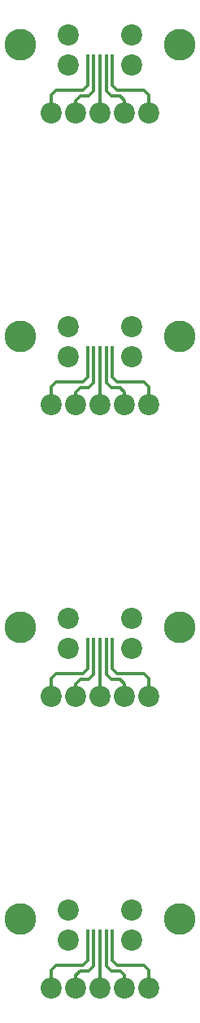
<source format=gtl>
G04*
G04 #@! TF.GenerationSoftware,Altium Limited,Altium Designer,19.1.6 (110)*
G04*
G04 Layer_Physical_Order=1*
G04 Layer_Color=255*
%FSLAX43Y43*%
%MOMM*%
G71*
G01*
G75*
%ADD10R,0.400X2.200*%
%ADD15C,0.304*%
%ADD16C,2.200*%
%ADD17C,3.300*%
%ADD18C,2.200*%
D10*
X15275Y8452D02*
D03*
X14625D02*
D03*
X13975D02*
D03*
X16575D02*
D03*
X15925D02*
D03*
X15275Y38839D02*
D03*
X14625D02*
D03*
X13975D02*
D03*
X16575D02*
D03*
X15925D02*
D03*
X15275Y69226D02*
D03*
X14625D02*
D03*
X13975D02*
D03*
X16575D02*
D03*
X15925D02*
D03*
X15275Y99613D02*
D03*
X14625D02*
D03*
X13975D02*
D03*
X16575D02*
D03*
X15925D02*
D03*
D15*
X15275Y64226D02*
Y69226D01*
X15275Y33839D02*
Y38839D01*
X13975Y6339D02*
Y8452D01*
X16575Y6339D02*
Y8452D01*
X10195Y3452D02*
Y5339D01*
X20355Y3452D02*
Y5339D01*
X10195D02*
X10695Y5839D01*
X13475D01*
X13975Y6339D01*
X16575D02*
X17075Y5839D01*
X19855D01*
X20355Y5339D01*
X12735Y4774D02*
X13200Y5239D01*
X12735Y3452D02*
Y4774D01*
X14625Y5764D02*
Y8452D01*
X13200Y5239D02*
X14100D01*
X14625Y5764D01*
X15925D02*
Y8452D01*
Y5764D02*
X16450Y5239D01*
X17350D01*
X17815Y3452D02*
Y4774D01*
X17350Y5239D02*
X17815Y4774D01*
X15275Y3452D02*
Y8452D01*
X13975Y36726D02*
Y38839D01*
X16575Y36726D02*
Y38839D01*
X10195Y33839D02*
Y35726D01*
X20355Y33839D02*
Y35726D01*
X10195D02*
X10695Y36226D01*
X13475D01*
X13975Y36726D01*
X16575D02*
X17075Y36226D01*
X19855D01*
X20355Y35726D01*
X12735Y35161D02*
X13200Y35626D01*
X12735Y33839D02*
Y35161D01*
X14625Y36151D02*
Y38839D01*
X13200Y35626D02*
X14100D01*
X14625Y36151D01*
X15925D02*
Y38839D01*
Y36151D02*
X16450Y35626D01*
X17350D01*
X17815Y33839D02*
Y35161D01*
X17350Y35626D02*
X17815Y35161D01*
X13975Y67113D02*
Y69226D01*
X16575Y67113D02*
Y69226D01*
X10195Y64226D02*
Y66113D01*
X20355Y64226D02*
Y66113D01*
X10195D02*
X10695Y66613D01*
X13475D01*
X13975Y67113D01*
X16575D02*
X17075Y66613D01*
X19855D01*
X20355Y66113D01*
X12735Y65548D02*
X13200Y66013D01*
X12735Y64226D02*
Y65548D01*
X14625Y66538D02*
Y69226D01*
X13200Y66013D02*
X14100D01*
X14625Y66538D01*
X15925D02*
Y69226D01*
Y66538D02*
X16450Y66013D01*
X17350D01*
X17815Y64226D02*
Y65548D01*
X17350Y66013D02*
X17815Y65548D01*
X15275Y94613D02*
Y99613D01*
X15275Y99613D01*
X17350Y96400D02*
X17815Y95935D01*
X17815Y94613D02*
Y95935D01*
X16450Y96400D02*
X17350D01*
X15925Y96925D02*
X16450Y96400D01*
X15925Y96925D02*
Y99613D01*
X14100Y96400D02*
X14625Y96925D01*
X13200Y96400D02*
X14100D01*
X14625Y96925D02*
Y99613D01*
X12735Y94613D02*
Y95935D01*
X13200Y96400D01*
X19855Y97000D02*
X20355Y96500D01*
X17075Y97000D02*
X19855D01*
X16575Y97500D02*
X17075Y97000D01*
X13475D02*
X13975Y97500D01*
X10695Y97000D02*
X13475D01*
X10195Y96500D02*
X10695Y97000D01*
X20355Y94613D02*
Y96500D01*
X10195Y94613D02*
Y96500D01*
X16575Y97500D02*
Y99613D01*
X13975Y97500D02*
Y99613D01*
D16*
X11950Y11602D02*
D03*
Y8452D02*
D03*
X18600Y11602D02*
D03*
Y8452D02*
D03*
X11950Y41989D02*
D03*
Y38839D02*
D03*
X18600Y41989D02*
D03*
Y38839D02*
D03*
X11950Y72376D02*
D03*
Y69226D02*
D03*
X18600Y72376D02*
D03*
Y69226D02*
D03*
X11950Y102763D02*
D03*
Y99613D02*
D03*
X18600Y102763D02*
D03*
Y99613D02*
D03*
D17*
X7000Y10622D02*
D03*
X23550D02*
D03*
X7000Y41009D02*
D03*
X23550D02*
D03*
X7000Y71396D02*
D03*
X23550D02*
D03*
X7000Y101783D02*
D03*
X23550D02*
D03*
D18*
X15275Y33839D02*
D03*
X12735D02*
D03*
X17815D02*
D03*
X20355D02*
D03*
X10195D02*
D03*
X20355Y3452D02*
D03*
X17815D02*
D03*
X12735D02*
D03*
X10195D02*
D03*
X15275D02*
D03*
Y64226D02*
D03*
X10195D02*
D03*
X15275Y94613D02*
D03*
X12735Y64226D02*
D03*
X17815D02*
D03*
X20355D02*
D03*
X10195Y94613D02*
D03*
X20355D02*
D03*
X17815D02*
D03*
X12735D02*
D03*
M02*

</source>
